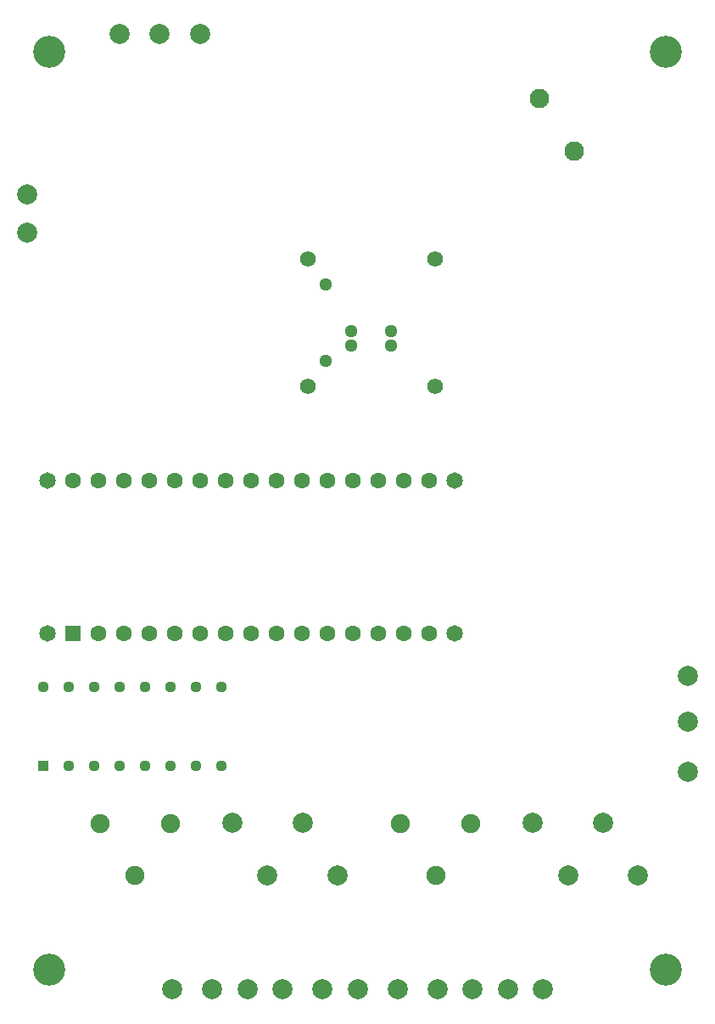
<source format=gbr>
%TF.GenerationSoftware,KiCad,Pcbnew,(6.0.5)*%
%TF.CreationDate,2023-05-26T17:46:03+02:00*%
%TF.ProjectId,EDUEXO-custom-PCB,45445545-584f-42d6-9375-73746f6d2d50,rev?*%
%TF.SameCoordinates,Original*%
%TF.FileFunction,Soldermask,Bot*%
%TF.FilePolarity,Negative*%
%FSLAX46Y46*%
G04 Gerber Fmt 4.6, Leading zero omitted, Abs format (unit mm)*
G04 Created by KiCad (PCBNEW (6.0.5)) date 2023-05-26 17:46:03*
%MOMM*%
%LPD*%
G01*
G04 APERTURE LIST*
%ADD10R,1.130000X1.130000*%
%ADD11C,1.130000*%
%ADD12C,2.000000*%
%ADD13C,3.200000*%
%ADD14C,1.651000*%
%ADD15R,1.600000X1.600000*%
%ADD16C,1.600000*%
%ADD17C,1.900000*%
%ADD18C,1.950000*%
%ADD19C,1.578074*%
%ADD20C,1.280000*%
G04 APERTURE END LIST*
D10*
%TO.C,U1*%
X168610000Y-175470000D03*
D11*
X171150000Y-175470000D03*
X173690000Y-175470000D03*
X176230000Y-175470000D03*
X178770000Y-175470000D03*
X181310000Y-175470000D03*
X183850000Y-175470000D03*
X186390000Y-175470000D03*
X186390000Y-167530000D03*
X183850000Y-167530000D03*
X181310000Y-167530000D03*
X178770000Y-167530000D03*
X176230000Y-167530000D03*
X173690000Y-167530000D03*
X171150000Y-167530000D03*
X168610000Y-167530000D03*
%TD*%
D12*
%TO.C,GND3*%
X181500000Y-197750000D03*
%TD*%
%TO.C,POWER_SRV0*%
X215000000Y-197750000D03*
%TD*%
%TO.C,+5V0*%
X204000000Y-197750000D03*
%TD*%
%TO.C,VREGN0*%
X184250000Y-102500000D03*
%TD*%
D13*
%TO.C,H1*%
X169250000Y-104250000D03*
%TD*%
D12*
%TO.C,EMG0*%
X200000000Y-197750000D03*
%TD*%
%TO.C,J4*%
X228000000Y-186350000D03*
X221000000Y-186350000D03*
X224500000Y-181150000D03*
X217500000Y-181150000D03*
%TD*%
%TO.C,J3*%
X198000000Y-186350000D03*
X191000000Y-186350000D03*
X194500000Y-181150000D03*
X187500000Y-181150000D03*
%TD*%
D14*
%TO.C,A1*%
X209704000Y-162230000D03*
X169064000Y-146990000D03*
X169064000Y-162230000D03*
X209704000Y-146990000D03*
D15*
X171604000Y-162230000D03*
D16*
X174144000Y-162230000D03*
X176684000Y-162230000D03*
X179224000Y-162230000D03*
X181764000Y-162230000D03*
X184304000Y-162230000D03*
X186844000Y-162230000D03*
X189384000Y-162230000D03*
X191924000Y-162230000D03*
X194464000Y-162230000D03*
X197004000Y-162230000D03*
X199544000Y-162230000D03*
X202084000Y-162230000D03*
X204624000Y-162230000D03*
X207164000Y-162230000D03*
X207164000Y-146990000D03*
X204624000Y-146990000D03*
X202084000Y-146990000D03*
X199544000Y-146990000D03*
X197004000Y-146990000D03*
X194464000Y-146990000D03*
X191924000Y-146990000D03*
X189384000Y-146990000D03*
X186844000Y-146990000D03*
X184304000Y-146990000D03*
X181764000Y-146990000D03*
X179224000Y-146990000D03*
X176684000Y-146990000D03*
X174144000Y-146990000D03*
X171604000Y-146990000D03*
%TD*%
D17*
%TO.C,J1*%
X204300000Y-181200000D03*
X207800000Y-186400000D03*
X211300000Y-181200000D03*
%TD*%
D13*
%TO.C,H4*%
X169250000Y-195750000D03*
%TD*%
%TO.C,H3*%
X230750000Y-195750000D03*
%TD*%
D12*
%TO.C,DRIVE_PWM_SRV0*%
X218500000Y-197750000D03*
%TD*%
%TO.C,ARDu_CONTROL_SRV0*%
X233000000Y-166500000D03*
%TD*%
%TO.C,SG0_SGN1*%
X189000000Y-197750000D03*
%TD*%
%TO.C,BAT_VALUE_0*%
X233000000Y-171000000D03*
%TD*%
D18*
%TO.C,J6*%
X218124000Y-108920000D03*
X221624000Y-114120000D03*
%TD*%
D12*
%TO.C,EMG1*%
X196500000Y-197750000D03*
%TD*%
D13*
%TO.C,H2*%
X230750000Y-104250000D03*
%TD*%
D12*
%TO.C,VBUS0*%
X167000000Y-118500000D03*
%TD*%
%TO.C,GND4*%
X167000000Y-122250000D03*
%TD*%
%TO.C,SG0_SGN0*%
X192500000Y-197750000D03*
%TD*%
D17*
%TO.C,J2*%
X174300000Y-181200000D03*
X177800000Y-186400000D03*
X181300000Y-181200000D03*
%TD*%
D12*
%TO.C,GND1*%
X233000000Y-176000000D03*
%TD*%
%TO.C,VDC0*%
X180250000Y-102500000D03*
%TD*%
D19*
%TO.C,U3*%
X207700000Y-124904700D03*
X195000000Y-124904700D03*
X207700000Y-137604700D03*
X195000000Y-137604700D03*
D20*
X196850000Y-127444700D03*
X196850000Y-135064700D03*
X203350000Y-132054700D03*
X203350000Y-133554700D03*
X199350000Y-132054700D03*
X199350000Y-133554700D03*
%TD*%
D12*
%TO.C,OUTPUT_SG0*%
X185500000Y-197750000D03*
%TD*%
%TO.C,+3V3*%
X208000000Y-197750000D03*
%TD*%
%TO.C,GND2*%
X176250000Y-102500000D03*
%TD*%
%TO.C,ANGLE_SRV0*%
X211500000Y-197750000D03*
%TD*%
M02*

</source>
